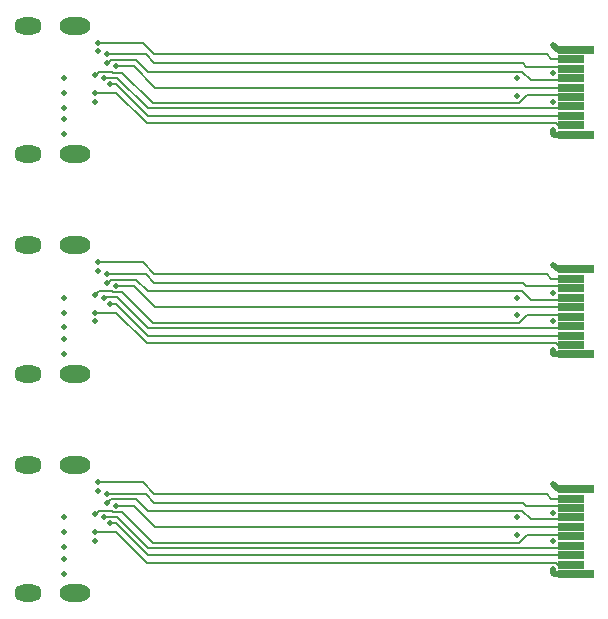
<source format=gbl>
%FSLAX46Y46*%
%MOMM*%
%ADD10C,0.200000*%
%ADD11C,0.500000*%
%AMPS12*
21,1,2.200000,0.600000,0.000000,0.000000,0.000000*
%
%ADD12PS12*%
%AMPS13*
21,1,3.000000,0.600000,0.000000,0.000000,0.000000*
%
%ADD13PS13*%
%AMPS16*
1,1,0.500000,0.000000,0.000000*
%
%ADD16PS16*%
%AMPS15*
21,1,1.150000,1.450000,0.000000,0.000000,0.000000*
1,1,1.450000,0.575000,0.000000*
1,1,1.450000,-0.575000,0.000000*
%
%ADD15PS15*%
%AMPS14*
21,1,0.850000,1.450000,0.000000,0.000000,0.000000*
1,1,1.450000,0.425000,0.000000*
1,1,1.450000,-0.425000,0.000000*
%
%ADD14PS14*%
G01*
%LPD*%
G01*
%LPD*%
D10*
X9128129Y44630011D02*
X11713151Y42044989D01*
D10*
X43444989Y45155011D02*
X44155011Y44444989D01*
D10*
X47600000Y43800000D02*
X12350000Y43800000D01*
D10*
X8830461Y45069989D02*
X9580011Y45069989D01*
D10*
X8300000Y46600000D02*
X11550000Y46600000D01*
D10*
X11550000Y46600000D02*
X12300000Y45850000D01*
D10*
X7300000Y44850000D02*
X7580011Y45130011D01*
D10*
X47444989Y45555011D02*
X43794989Y45555011D01*
D10*
X47444989Y43155011D02*
X47600000Y43000000D01*
D11*
X46075000Y39864978D02*
X46075000Y40200000D01*
D10*
X44155011Y44444989D02*
X47444989Y44444989D01*
D10*
X45500000Y46600000D02*
X12300000Y46600000D01*
D10*
X43500000Y45850000D02*
X12300000Y45850000D01*
D10*
X10550000Y45600000D02*
X9050000Y45600000D01*
D10*
X11744989Y45155011D02*
X43444989Y45155011D01*
D10*
X8580011Y46130011D02*
X10769989Y46130011D01*
D10*
X11644980Y40755020D02*
X46304896Y40755020D01*
D10*
X47600000Y45400000D02*
X47444989Y45555011D01*
D10*
X12300000Y46600000D02*
X11300000Y47600000D01*
D10*
X8080011Y44630011D02*
X9128129Y44630011D01*
D10*
X46459916Y40600000D02*
X47600000Y40600000D01*
D10*
X9050000Y44100000D02*
X11750000Y41400000D01*
D10*
X8550000Y44100000D02*
X9050000Y44100000D01*
D11*
X48000000Y47000000D02*
X46475000Y47000000D01*
D10*
X47444989Y44444989D02*
X47600000Y44600000D01*
D11*
X46475000Y47000000D02*
X46075000Y47400000D01*
D10*
X43159914Y42475009D02*
X43839916Y43155011D01*
D10*
X8300000Y45850000D02*
X8580011Y46130011D01*
D10*
X9580011Y45069989D02*
X12174991Y42475009D01*
D11*
X46139978Y39800000D02*
X46075000Y39864978D01*
D10*
X11713151Y42044989D02*
X47444989Y42044989D01*
D10*
X9050000Y43350000D02*
X11644980Y40755020D01*
D10*
X46304896Y40755020D02*
X46459916Y40600000D01*
D10*
X43794989Y45555011D02*
X43500000Y45850000D01*
D10*
X12174991Y42475009D02*
X43159914Y42475009D01*
D10*
X7300000Y43350000D02*
X9050000Y43350000D01*
D10*
X11750000Y41400000D02*
X47600000Y41400000D01*
D10*
X47444989Y42044989D02*
X47600000Y42200000D01*
D10*
X47600000Y46200000D02*
X45900000Y46200000D01*
D10*
X12350000Y43800000D02*
X10550000Y45600000D01*
D10*
X8770439Y45130011D02*
X8830461Y45069989D01*
D10*
X45900000Y46200000D02*
X45500000Y46600000D01*
D10*
X11300000Y47600000D02*
X7550000Y47600000D01*
D10*
X43839916Y43155011D02*
X47444989Y43155011D01*
D10*
X7580011Y45130011D02*
X8770439Y45130011D01*
D10*
X8050000Y44600000D02*
X8080011Y44630011D01*
D11*
X48000000Y39800000D02*
X46139978Y39800000D01*
D10*
X10769989Y46130011D02*
X11744989Y45155011D01*
D10*
X9128129Y26030011D02*
X11713151Y23444989D01*
D10*
X43444989Y26555011D02*
X44155011Y25844989D01*
D10*
X47600000Y25200000D02*
X12350000Y25200000D01*
D10*
X8830461Y26469989D02*
X9580011Y26469989D01*
D10*
X8300000Y28000000D02*
X11550000Y28000000D01*
D10*
X11550000Y28000000D02*
X12300000Y27250000D01*
D10*
X7300000Y26250000D02*
X7580011Y26530011D01*
D10*
X47444989Y26955011D02*
X43794989Y26955011D01*
D10*
X47444989Y24555011D02*
X47600000Y24400000D01*
D11*
X46075000Y21264978D02*
X46075000Y21600000D01*
D10*
X44155011Y25844989D02*
X47444989Y25844989D01*
D10*
X45500000Y28000000D02*
X12300000Y28000000D01*
D10*
X43500000Y27250000D02*
X12300000Y27250000D01*
D10*
X10550000Y27000000D02*
X9050000Y27000000D01*
D10*
X11744989Y26555011D02*
X43444989Y26555011D01*
D10*
X8580011Y27530011D02*
X10769989Y27530011D01*
D10*
X11644980Y22155020D02*
X46304896Y22155020D01*
D10*
X47600000Y26800000D02*
X47444989Y26955011D01*
D10*
X12300000Y28000000D02*
X11300000Y29000000D01*
D10*
X8080011Y26030011D02*
X9128129Y26030011D01*
D10*
X46459916Y22000000D02*
X47600000Y22000000D01*
D10*
X9050000Y25500000D02*
X11750000Y22800000D01*
D10*
X8550000Y25500000D02*
X9050000Y25500000D01*
D11*
X48000000Y28400000D02*
X46475000Y28400000D01*
D10*
X47444989Y25844989D02*
X47600000Y26000000D01*
D11*
X46475000Y28400000D02*
X46075000Y28800000D01*
D10*
X43159914Y23875009D02*
X43839916Y24555011D01*
D10*
X8300000Y27250000D02*
X8580011Y27530011D01*
D10*
X9580011Y26469989D02*
X12174991Y23875009D01*
D11*
X46139978Y21200000D02*
X46075000Y21264978D01*
D10*
X11713151Y23444989D02*
X47444989Y23444989D01*
D10*
X9050000Y24750000D02*
X11644980Y22155020D01*
D10*
X46304896Y22155020D02*
X46459916Y22000000D01*
D10*
X43794989Y26955011D02*
X43500000Y27250000D01*
D10*
X12174991Y23875009D02*
X43159914Y23875009D01*
D10*
X7300000Y24750000D02*
X9050000Y24750000D01*
D10*
X11750000Y22800000D02*
X47600000Y22800000D01*
D10*
X47444989Y23444989D02*
X47600000Y23600000D01*
D10*
X47600000Y27600000D02*
X45900000Y27600000D01*
D10*
X12350000Y25200000D02*
X10550000Y27000000D01*
D10*
X8770439Y26530011D02*
X8830461Y26469989D01*
D10*
X45900000Y27600000D02*
X45500000Y28000000D01*
D10*
X11300000Y29000000D02*
X7550000Y29000000D01*
D10*
X43839916Y24555011D02*
X47444989Y24555011D01*
D10*
X7580011Y26530011D02*
X8770439Y26530011D01*
D10*
X8050000Y26000000D02*
X8080011Y26030011D01*
D11*
X48000000Y21200000D02*
X46139978Y21200000D01*
D10*
X10769989Y27530011D02*
X11744989Y26555011D01*
D10*
X9128129Y7430011D02*
X11713151Y4844989D01*
D10*
X43444989Y7955011D02*
X44155011Y7244989D01*
D10*
X47600000Y6600000D02*
X12350000Y6600000D01*
D10*
X8830461Y7869989D02*
X9580011Y7869989D01*
D10*
X8300000Y9400000D02*
X11550000Y9400000D01*
D10*
X11550000Y9400000D02*
X12300000Y8650000D01*
D10*
X7300000Y7650000D02*
X7580011Y7930011D01*
D10*
X47444989Y8355011D02*
X43794989Y8355011D01*
D10*
X47444989Y5955011D02*
X47600000Y5800000D01*
D11*
X46075000Y2664978D02*
X46075000Y3000000D01*
D10*
X44155011Y7244989D02*
X47444989Y7244989D01*
D10*
X45500000Y9400000D02*
X12300000Y9400000D01*
D10*
X43500000Y8650000D02*
X12300000Y8650000D01*
D10*
X10550000Y8400000D02*
X9050000Y8400000D01*
D10*
X11744989Y7955011D02*
X43444989Y7955011D01*
D10*
X8580011Y8930011D02*
X10769989Y8930011D01*
D10*
X11644980Y3555020D02*
X46304896Y3555020D01*
D10*
X47600000Y8200000D02*
X47444989Y8355011D01*
D10*
X12300000Y9400000D02*
X11300000Y10400000D01*
D10*
X8080011Y7430011D02*
X9128129Y7430011D01*
D10*
X46459916Y3400000D02*
X47600000Y3400000D01*
D10*
X9050000Y6900000D02*
X11750000Y4200000D01*
D10*
X8550000Y6900000D02*
X9050000Y6900000D01*
D11*
X48000000Y9800000D02*
X46475000Y9800000D01*
D10*
X47444989Y7244989D02*
X47600000Y7400000D01*
D11*
X46475000Y9800000D02*
X46075000Y10200000D01*
D10*
X43159914Y5275009D02*
X43839916Y5955011D01*
D10*
X8300000Y8650000D02*
X8580011Y8930011D01*
D10*
X9580011Y7869989D02*
X12174991Y5275009D01*
D11*
X46139978Y2600000D02*
X46075000Y2664978D01*
D10*
X11713151Y4844989D02*
X47444989Y4844989D01*
D10*
X9050000Y6150000D02*
X11644980Y3555020D01*
D10*
X46304896Y3555020D02*
X46459916Y3400000D01*
D10*
X43794989Y8355011D02*
X43500000Y8650000D01*
D10*
X12174991Y5275009D02*
X43159914Y5275009D01*
D10*
X7300000Y6150000D02*
X9050000Y6150000D01*
D10*
X11750000Y4200000D02*
X47600000Y4200000D01*
D10*
X47444989Y4844989D02*
X47600000Y5000000D01*
D10*
X47600000Y9000000D02*
X45900000Y9000000D01*
D10*
X12350000Y6600000D02*
X10550000Y8400000D01*
D10*
X8770439Y7930011D02*
X8830461Y7869989D01*
D10*
X45900000Y9000000D02*
X45500000Y9400000D01*
D10*
X11300000Y10400000D02*
X7550000Y10400000D01*
D10*
X43839916Y5955011D02*
X47444989Y5955011D01*
D10*
X7580011Y7930011D02*
X8770439Y7930011D01*
D10*
X8050000Y7400000D02*
X8080011Y7430011D01*
D11*
X48000000Y2600000D02*
X46139978Y2600000D01*
D10*
X10769989Y8930011D02*
X11744989Y7955011D01*
G75*
D12*
X47600000Y40600000D03*
D12*
X47600000Y43800000D03*
D13*
X48000000Y39800000D03*
D13*
X48000000Y47000000D03*
D12*
X47600000Y45400000D03*
D12*
X47600000Y43000000D03*
D12*
X47600000Y41400000D03*
D12*
X47600000Y44600000D03*
D12*
X47600000Y46200000D03*
D12*
X47600000Y42200000D03*
D14*
X1600000Y38175000D03*
D15*
X5550000Y38175000D03*
D15*
X5550000Y49025000D03*
D14*
X1600000Y49025000D03*
D16*
X4600000Y41100000D03*
D16*
X4600000Y42100000D03*
D16*
X4600000Y43350000D03*
D16*
X8300000Y46600000D03*
D16*
X46075000Y45000000D03*
D16*
X9050000Y45600000D03*
D16*
X43000000Y44600000D03*
D16*
X4600000Y44600000D03*
D16*
X8550000Y44100000D03*
D16*
X43000000Y43100000D03*
D16*
X46075000Y42600000D03*
D16*
X46075000Y47400000D03*
D16*
X7300000Y43350000D03*
D16*
X7300000Y44850000D03*
D16*
X8300000Y45850000D03*
D16*
X4600000Y39850000D03*
D16*
X46075000Y40200000D03*
D16*
X7300000Y42600000D03*
D16*
X7550000Y46850000D03*
D16*
X8050000Y44600000D03*
D16*
X7550000Y47600000D03*
D12*
X47600000Y22000000D03*
D12*
X47600000Y25200000D03*
D13*
X48000000Y21200000D03*
D13*
X48000000Y28400000D03*
D12*
X47600000Y26800000D03*
D12*
X47600000Y24400000D03*
D12*
X47600000Y22800000D03*
D12*
X47600000Y26000000D03*
D12*
X47600000Y27600000D03*
D12*
X47600000Y23600000D03*
D14*
X1600000Y19575000D03*
D15*
X5550000Y19575000D03*
D15*
X5550000Y30425000D03*
D14*
X1600000Y30425000D03*
D16*
X4600000Y22500000D03*
D16*
X4600000Y23500000D03*
D16*
X4600000Y24750000D03*
D16*
X8300000Y28000000D03*
D16*
X46075000Y26400000D03*
D16*
X9050000Y27000000D03*
D16*
X43000000Y26000000D03*
D16*
X4600000Y26000000D03*
D16*
X8550000Y25500000D03*
D16*
X43000000Y24500000D03*
D16*
X46075000Y24000000D03*
D16*
X46075000Y28800000D03*
D16*
X7300000Y24750000D03*
D16*
X7300000Y26250000D03*
D16*
X8300000Y27250000D03*
D16*
X4600000Y21250000D03*
D16*
X46075000Y21600000D03*
D16*
X7300000Y24000000D03*
D16*
X7550000Y28250000D03*
D16*
X8050000Y26000000D03*
D16*
X7550000Y29000000D03*
D12*
X47600000Y3400000D03*
D12*
X47600000Y6600000D03*
D13*
X48000000Y2600000D03*
D13*
X48000000Y9800000D03*
D12*
X47600000Y8200000D03*
D12*
X47600000Y5800000D03*
D12*
X47600000Y4200000D03*
D12*
X47600000Y7400000D03*
D12*
X47600000Y9000000D03*
D12*
X47600000Y5000000D03*
D14*
X1600000Y975000D03*
D15*
X5550000Y975000D03*
D15*
X5550000Y11825000D03*
D14*
X1600000Y11825000D03*
D16*
X4600000Y3900000D03*
D16*
X4600000Y4900000D03*
D16*
X4600000Y6150000D03*
D16*
X8300000Y9400000D03*
D16*
X46075000Y7800000D03*
D16*
X9050000Y8400000D03*
D16*
X43000000Y7400000D03*
D16*
X4600000Y7400000D03*
D16*
X8550000Y6900000D03*
D16*
X43000000Y5900000D03*
D16*
X46075000Y5400000D03*
D16*
X46075000Y10200000D03*
D16*
X7300000Y6150000D03*
D16*
X7300000Y7650000D03*
D16*
X8300000Y8650000D03*
D16*
X4600000Y2650000D03*
D16*
X46075000Y3000000D03*
D16*
X7300000Y5400000D03*
D16*
X7550000Y9650000D03*
D16*
X8050000Y7400000D03*
D16*
X7550000Y10400000D03*
M02*

</source>
